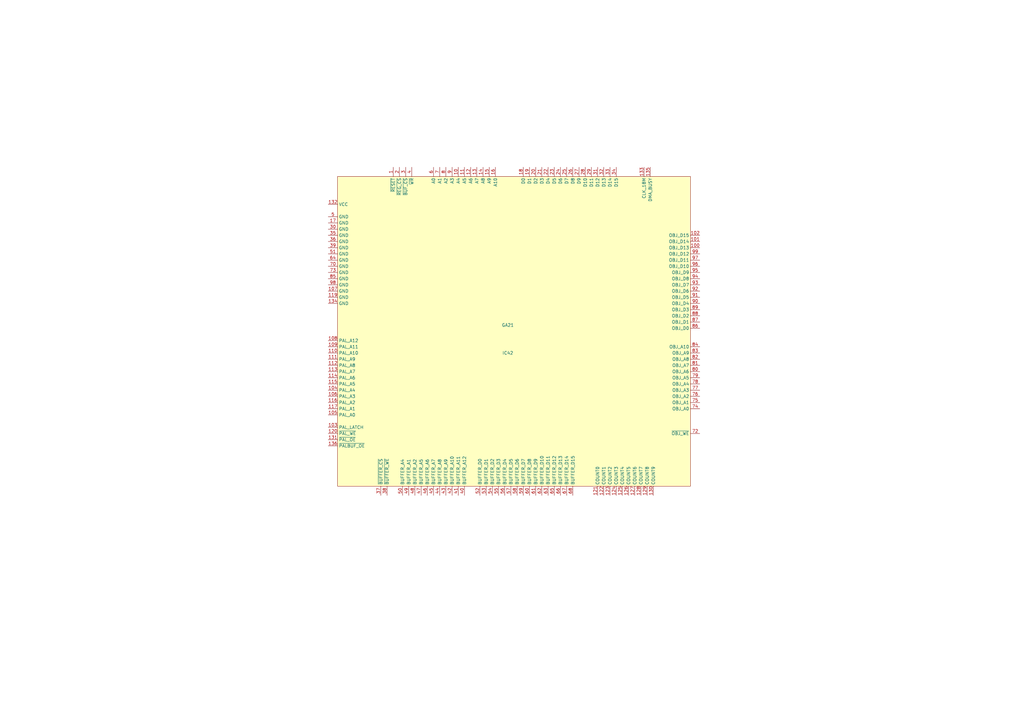
<source format=kicad_sch>
(kicad_sch (version 20211123) (generator eeschema)
  (paper "A3")
  (lib_symbols
    (symbol "Irem:GA21"
      (property "Reference" "U" (at 0 1.27 0))
      (property "Value" "GA21" (at 0 5.08 0))
      (symbol "GA21_0_1"
        (rectangle (start -69.85 60.96) (end 74.93 -66.04) (fill (type background)))
      )
      (symbol "GA21_1_1"
        (pin input line (at -46.99 64.77 270) (length 3.81) (name "~{RESET}") (number "1"))
        (pin input line (at -20.32 64.77 270) (length 3.81) (name "A4") (number "10"))
        (pin tri_state line (at 78.74 31.75 180) (length 3.81) (name "OBJ_D13") (number "100"))
        (pin tri_state line (at 78.74 34.29 180) (length 3.81) (name "OBJ_D14") (number "101"))
        (pin tri_state line (at 78.74 36.83 180) (length 3.81) (name "OBJ_D15") (number "102"))
        (pin output line (at -73.66 -41.91 0) (length 3.81) (name "PAL_LATCH") (number "103"))
        (pin output line (at -73.66 -26.67 0) (length 3.81) (name "PAL_A4") (number "104"))
        (pin output line (at -73.66 -36.83 0) (length 3.81) (name "PAL_A0") (number "105"))
        (pin output line (at -73.66 -29.21 0) (length 3.81) (name "PAL_A3") (number "106"))
        (pin power_in line (at -73.66 13.97 0) (length 3.81) (name "GND") (number "107"))
        (pin output line (at -73.66 -6.35 0) (length 3.81) (name "PAL_A12") (number "108"))
        (pin output line (at -73.66 -8.89 0) (length 3.81) (name "PAL_A11") (number "109"))
        (pin input line (at -17.78 64.77 270) (length 3.81) (name "A5") (number "11"))
        (pin output line (at -73.66 -11.43 0) (length 3.81) (name "PAL_A10") (number "110"))
        (pin output line (at -73.66 -13.97 0) (length 3.81) (name "PAL_A9") (number "111"))
        (pin output line (at -73.66 -16.51 0) (length 3.81) (name "PAL_A8") (number "112"))
        (pin output line (at -73.66 -19.05 0) (length 3.81) (name "PAL_A7") (number "113"))
        (pin output line (at -73.66 -21.59 0) (length 3.81) (name "PAL_A6") (number "114"))
        (pin output line (at -73.66 -24.13 0) (length 3.81) (name "PAL_A5") (number "115"))
        (pin output line (at -73.66 -31.75 0) (length 3.81) (name "PAL_A2") (number "116"))
        (pin output line (at -73.66 -34.29 0) (length 3.81) (name "PAL_A1") (number "117"))
        (pin no_connect line (at -86.36 71.12 0) (length 3.81) hide (name "NC") (number "118"))
        (pin power_in line (at -73.66 11.43 0) (length 3.81) (name "GND") (number "119"))
        (pin input line (at -15.24 64.77 270) (length 3.81) (name "A6") (number "12"))
        (pin output line (at -73.66 -44.45 0) (length 3.81) (name "~{PAL_WE}") (number "120"))
        (pin input line (at 36.83 -69.85 90) (length 3.81) (name "COUNT0") (number "121"))
        (pin input line (at 39.37 -69.85 90) (length 3.81) (name "COUNT1") (number "122"))
        (pin input line (at 41.91 -69.85 90) (length 3.81) (name "COUNT2") (number "123"))
        (pin input line (at 44.45 -69.85 90) (length 3.81) (name "COUNT3") (number "124"))
        (pin input line (at 46.99 -69.85 90) (length 3.81) (name "COUNT4") (number "125"))
        (pin input line (at 49.53 -69.85 90) (length 3.81) (name "COUNT5") (number "126"))
        (pin input line (at 52.07 -69.85 90) (length 3.81) (name "COUNT6") (number "127"))
        (pin input line (at 54.61 -69.85 90) (length 3.81) (name "COUNT7") (number "128"))
        (pin input line (at 57.15 -69.85 90) (length 3.81) (name "COUNT8") (number "129"))
        (pin input line (at -12.7 64.77 270) (length 3.81) (name "A7") (number "13"))
        (pin input line (at 59.69 -69.85 90) (length 3.81) (name "COUNT9") (number "130"))
        (pin output line (at -73.66 -46.99 0) (length 3.81) (name "~{PAL_OE}") (number "131"))
        (pin power_in line (at -73.66 49.53 0) (length 3.81) (name "VCC") (number "132"))
        (pin input line (at 55.88 64.77 270) (length 3.81) (name "CLK_18M") (number "133"))
        (pin power_in line (at -73.66 8.89 0) (length 3.81) (name "GND") (number "134"))
        (pin output line (at 58.42 64.77 270) (length 3.81) (name "DMA_BUSY") (number "135"))
        (pin output line (at -73.66 -49.53 0) (length 3.81) (name "~{PALBUF_OE}") (number "136"))
        (pin input line (at -10.16 64.77 270) (length 3.81) (name "A8") (number "14"))
        (pin input line (at -7.62 64.77 270) (length 3.81) (name "A9") (number "15"))
        (pin input line (at -5.08 64.77 270) (length 3.81) (name "A10") (number "16"))
        (pin power_in line (at -73.66 41.91 0) (length 3.81) (name "GND") (number "17"))
        (pin tri_state line (at 6.35 64.77 270) (length 3.81) (name "D0") (number "18"))
        (pin tri_state line (at 8.89 64.77 270) (length 3.81) (name "D1") (number "19"))
        (pin input line (at -44.45 64.77 270) (length 3.81) (name "~{REG_CS}") (number "2"))
        (pin tri_state line (at 11.43 64.77 270) (length 3.81) (name "D2") (number "20"))
        (pin tri_state line (at 13.97 64.77 270) (length 3.81) (name "D3") (number "21"))
        (pin tri_state line (at 16.51 64.77 270) (length 3.81) (name "D4") (number "22"))
        (pin tri_state line (at 19.05 64.77 270) (length 3.81) (name "D5") (number "23"))
        (pin tri_state line (at 21.59 64.77 270) (length 3.81) (name "D6") (number "24"))
        (pin tri_state line (at 24.13 64.77 270) (length 3.81) (name "D7") (number "25"))
        (pin tri_state line (at 26.67 64.77 270) (length 3.81) (name "D8") (number "26"))
        (pin tri_state line (at 29.21 64.77 270) (length 3.81) (name "D9") (number "27"))
        (pin tri_state line (at 31.75 64.77 270) (length 3.81) (name "D10") (number "28"))
        (pin tri_state line (at 34.29 64.77 270) (length 3.81) (name "D11") (number "29"))
        (pin input line (at -41.91 64.77 270) (length 3.81) (name "~{BUF_CS}") (number "3"))
        (pin power_in line (at -73.66 39.37 0) (length 3.81) (name "GND") (number "30"))
        (pin tri_state line (at 36.83 64.77 270) (length 3.81) (name "D12") (number "31"))
        (pin tri_state line (at 39.37 64.77 270) (length 3.81) (name "D13") (number "32"))
        (pin tri_state line (at 41.91 64.77 270) (length 3.81) (name "D14") (number "33"))
        (pin tri_state line (at 44.45 64.77 270) (length 3.81) (name "D15") (number "34"))
        (pin power_in line (at -73.66 36.83 0) (length 3.81) (name "GND") (number "35"))
        (pin power_in line (at -73.66 34.29 0) (length 3.81) (name "GND") (number "36"))
        (pin output line (at -52.07 -69.85 90) (length 3.81) (name "~{BUFFER_CS}") (number "37"))
        (pin output line (at -49.53 -69.85 90) (length 3.81) (name "~{BUFFER_WE}") (number "38"))
        (pin power_in line (at -73.66 31.75 0) (length 3.81) (name "GND") (number "39"))
        (pin input line (at -39.37 64.77 270) (length 3.81) (name "~{WR}") (number "4"))
        (pin output line (at -17.78 -69.85 90) (length 3.81) (name "BUFFER_A12") (number "40"))
        (pin output line (at -20.32 -69.85 90) (length 3.81) (name "BUFFER_A11") (number "41"))
        (pin output line (at -22.86 -69.85 90) (length 3.81) (name "BUFFER_A10") (number "42"))
        (pin output line (at -25.4 -69.85 90) (length 3.81) (name "BUFFER_A9") (number "43"))
        (pin output line (at -27.94 -69.85 90) (length 3.81) (name "BUFFER_A8") (number "44"))
        (pin output line (at -30.48 -69.85 90) (length 3.81) (name "BUFFER_A7") (number "45"))
        (pin output line (at -33.02 -69.85 90) (length 3.81) (name "BUFFER_A6") (number "46"))
        (pin output line (at -35.56 -69.85 90) (length 3.81) (name "BUFFER_A5") (number "47"))
        (pin output line (at -38.1 -69.85 90) (length 3.81) (name "BUFFER_A2") (number "48"))
        (pin output line (at -40.64 -69.85 90) (length 3.81) (name "BUFFER_A1") (number "49"))
        (pin power_in line (at -73.66 44.45 0) (length 3.81) (name "GND") (number "5"))
        (pin output line (at -43.18 -69.85 90) (length 3.81) (name "BUFFER_A4") (number "50"))
        (pin power_in line (at -73.66 29.21 0) (length 3.81) (name "GND") (number "51"))
        (pin tri_state line (at -11.43 -69.85 90) (length 3.81) (name "BUFFER_D0") (number "52"))
        (pin tri_state line (at -8.89 -69.85 90) (length 3.81) (name "BUFFER_D1") (number "53"))
        (pin tri_state line (at -6.35 -69.85 90) (length 3.81) (name "BUFFER_D2") (number "54"))
        (pin tri_state line (at -3.81 -69.85 90) (length 3.81) (name "BUFFER_D3") (number "55"))
        (pin tri_state line (at -1.27 -69.85 90) (length 3.81) (name "BUFFER_D4") (number "56"))
        (pin tri_state line (at 1.27 -69.85 90) (length 3.81) (name "BUFFER_D5") (number "57"))
        (pin tri_state line (at 3.81 -69.85 90) (length 3.81) (name "BUFFER_D6") (number "58"))
        (pin tri_state line (at 6.35 -69.85 90) (length 3.81) (name "BUFFER_D7") (number "59"))
        (pin input line (at -30.48 64.77 270) (length 3.81) (name "A0") (number "6"))
        (pin tri_state line (at 8.89 -69.85 90) (length 3.81) (name "BUFFER_D8") (number "60"))
        (pin tri_state line (at 11.43 -69.85 90) (length 3.81) (name "BUFFER_D9") (number "61"))
        (pin tri_state line (at 13.97 -69.85 90) (length 3.81) (name "BUFFER_D10") (number "62"))
        (pin tri_state line (at 16.51 -69.85 90) (length 3.81) (name "BUFFER_D11") (number "63"))
        (pin power_in line (at -73.66 26.67 0) (length 3.81) (name "GND") (number "64"))
        (pin tri_state line (at 19.05 -69.85 90) (length 3.81) (name "BUFFER_D12") (number "65"))
        (pin tri_state line (at 21.59 -69.85 90) (length 3.81) (name "BUFFER_D13") (number "66"))
        (pin tri_state line (at 24.13 -69.85 90) (length 3.81) (name "BUFFER_D14") (number "67"))
        (pin tri_state line (at 26.67 -69.85 90) (length 3.81) (name "BUFFER_D15") (number "68"))
        (pin no_connect line (at -86.36 73.66 0) (length 3.81) hide (name "NC") (number "69"))
        (pin input line (at -27.94 64.77 270) (length 3.81) (name "A1") (number "7"))
        (pin power_in line (at -73.66 24.13 0) (length 3.81) (name "GND") (number "70"))
        (pin no_connect line (at -86.36 76.2 0) (length 3.81) hide (name "NC") (number "71"))
        (pin output line (at 78.74 -44.45 180) (length 3.81) (name "~{OBJ_WE}") (number "72"))
        (pin power_in line (at -73.66 21.59 0) (length 3.81) (name "GND") (number "73"))
        (pin output line (at 78.74 -34.29 180) (length 3.81) (name "OBJ_A0") (number "74"))
        (pin output line (at 78.74 -31.75 180) (length 3.81) (name "OBJ_A1") (number "75"))
        (pin output line (at 78.74 -29.21 180) (length 3.81) (name "OBJ_A2") (number "76"))
        (pin output line (at 78.74 -26.67 180) (length 3.81) (name "OBJ_A3") (number "77"))
        (pin output line (at 78.74 -24.13 180) (length 3.81) (name "OBJ_A4") (number "78"))
        (pin output line (at 78.74 -21.59 180) (length 3.81) (name "OBJ_A5") (number "79"))
        (pin input line (at -25.4 64.77 270) (length 3.81) (name "A2") (number "8"))
        (pin output line (at 78.74 -19.05 180) (length 3.81) (name "OBJ_A6") (number "80"))
        (pin output line (at 78.74 -16.51 180) (length 3.81) (name "OBJ_A7") (number "81"))
        (pin output line (at 78.74 -13.97 180) (length 3.81) (name "OBJ_A8") (number "82"))
        (pin output line (at 78.74 -11.43 180) (length 3.81) (name "OBJ_A9") (number "83"))
        (pin output line (at 78.74 -8.89 180) (length 3.81) (name "OBJ_A10") (number "84"))
        (pin power_in line (at -73.66 19.05 0) (length 3.81) (name "GND") (number "85"))
        (pin tri_state line (at 78.74 -1.27 180) (length 3.81) (name "OBJ_D0") (number "86"))
        (pin tri_state line (at 78.74 1.27 180) (length 3.81) (name "OBJ_D1") (number "87"))
        (pin tri_state line (at 78.74 3.81 180) (length 3.81) (name "OBJ_D2") (number "88"))
        (pin tri_state line (at 78.74 6.35 180) (length 3.81) (name "OBJ_D3") (number "89"))
        (pin input line (at -22.86 64.77 270) (length 3.81) (name "A3") (number "9"))
        (pin tri_state line (at 78.74 8.89 180) (length 3.81) (name "OBJ_D4") (number "90"))
        (pin tri_state line (at 78.74 11.43 180) (length 3.81) (name "OBJ_D5") (number "91"))
        (pin tri_state line (at 78.74 13.97 180) (length 3.81) (name "OBJ_D6") (number "92"))
        (pin tri_state line (at 78.74 16.51 180) (length 3.81) (name "OBJ_D7") (number "93"))
        (pin tri_state line (at 78.74 19.05 180) (length 3.81) (name "OBJ_D8") (number "94"))
        (pin tri_state line (at 78.74 21.59 180) (length 3.81) (name "OBJ_D9") (number "95"))
        (pin tri_state line (at 78.74 24.13 180) (length 3.81) (name "OBJ_D10") (number "96"))
        (pin tri_state line (at 78.74 26.67 180) (length 3.81) (name "OBJ_D11") (number "97"))
        (pin power_in line (at -73.66 16.51 0) (length 3.81) (name "GND") (number "98"))
        (pin tri_state line (at 78.74 29.21 180) (length 3.81) (name "OBJ_D12") (number "99"))
      )
    )
  )
  (symbol (lib_id "Irem:GA21") (at 208.28 133.35 0) (unit 1)
    (property "Reference" "IC42" (at 208.28 144.78 0))
    (property "Value" "GA21" (at 208.28 133.35 0))
  )
)
</source>
